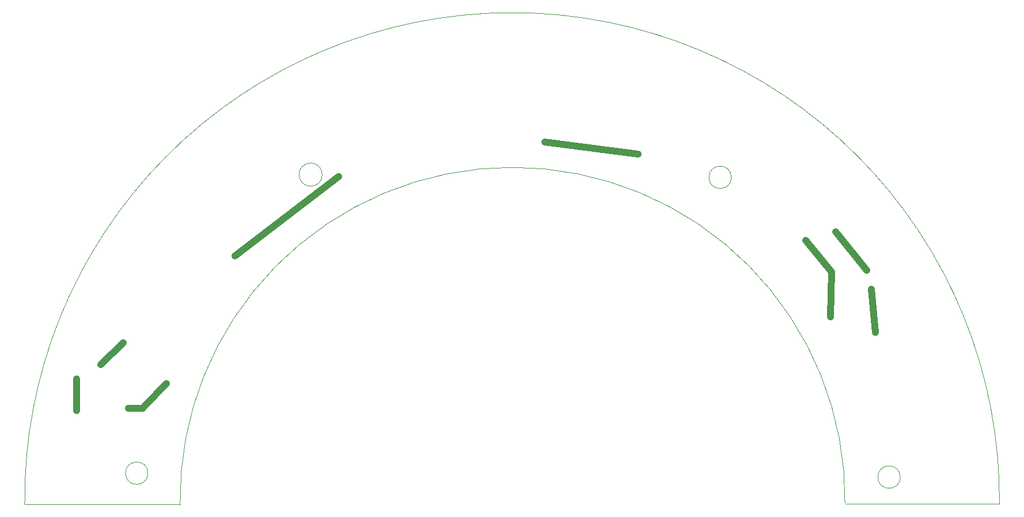
<source format=gko>
G04 Layer: BoardOutlineLayer*
G04 EasyEDA Pro v1.9.29.eba1c1, 2023-03-01 16:56:33*
G04 Gerber Generator version 0.3*
G04 Scale: 100 percent, Rotated: No, Reflected: No*
G04 Dimensions in millimeters*
G04 Leading zeros omitted, absolute positions, 3 integers and 3 decimals*
%FSLAX33Y33*%
%MOMM*%
%ADD10C,0.1*%
%ADD11C,1.000001*%
G75*


G04 PolygonModel Start*
G54D10*
G01X749478Y552369D02*
G03X606190Y552286I-71645J657D01*
G01X726826Y552371D02*
G01X749478Y552371D01*
G01X606219Y552286D02*
G01X629065Y552286D01*
G54D11*
G01X637106Y588835D02*
G01X652378Y600528D01*
G01X682625Y605663D02*
G01X696341Y603885D01*
G01X725424Y592455D02*
G01X729996Y586740D01*
G01X724662Y579882D02*
G01X724789Y586486D01*
G01X623824Y566801D02*
G01X626999Y570103D01*
G01X617399Y572823D02*
G01X620667Y576091D01*
G01X613775Y566097D02*
G01X613775Y570774D01*
G54D10*
G01X726773Y552434D02*
G03X629031Y552289I-48872J590D01*
G54D11*
G01X623512Y566404D02*
G01X621411Y566420D01*
G01X731266Y577596D02*
G01X730631Y583946D01*
G01X720979Y591185D02*
G01X724789Y586486D01*
G04 PolygonModel End*

G04 Circle Start*
G54D10*
G01X731611Y556297D02*
G03X734903Y556297I1646J0D01*
G03X731611I-1646J0D01*
G01X706774Y600431D02*
G03X710065Y600431I1646J0D01*
G03X706774I-1646J0D01*
G01X621006Y556877D02*
G03X624297Y556877I1646J0D01*
G03X621006I-1646J0D01*
G01X646524Y600825D02*
G03X649926Y600825I1701J0D01*
G03X646524I-1701J0D01*
G04 Circle End*

M02*

</source>
